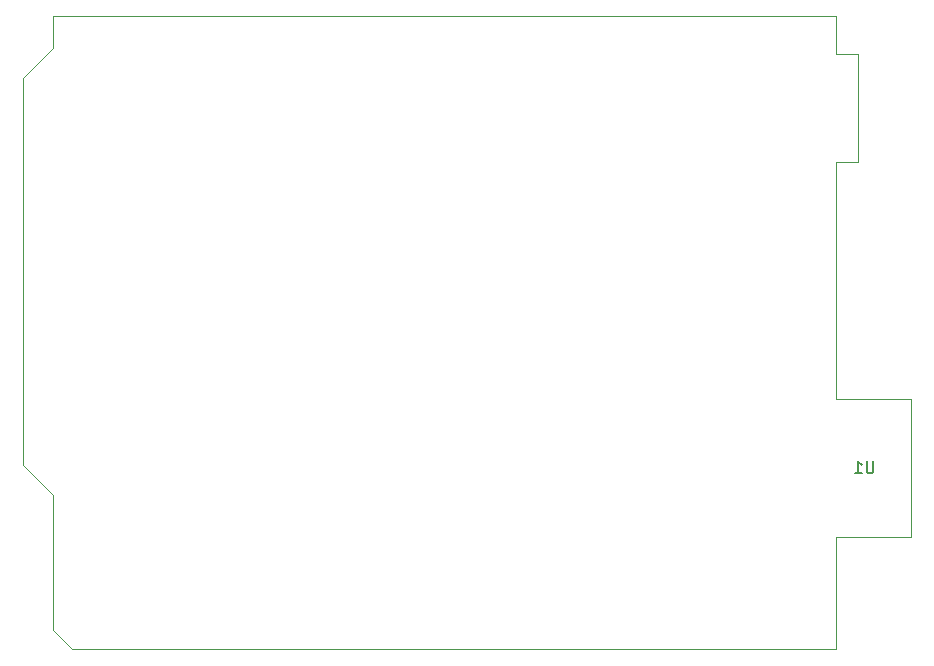
<source format=gbo>
G04 #@! TF.GenerationSoftware,KiCad,Pcbnew,(5.1.2)-1*
G04 #@! TF.CreationDate,2019-06-24T21:27:01+09:30*
G04 #@! TF.ProjectId,EEPROM_Programmer,45455052-4f4d-45f5-9072-6f6772616d6d,rev?*
G04 #@! TF.SameCoordinates,Original*
G04 #@! TF.FileFunction,Legend,Bot*
G04 #@! TF.FilePolarity,Positive*
%FSLAX45Y45*%
G04 Gerber Fmt 4.5, Leading zero omitted, Abs format (unit mm)*
G04 Created by KiCad (PCBNEW (5.1.2)-1) date 2019-06-24 21:27:01*
%MOMM*%
%LPD*%
G04 APERTURE LIST*
%ADD10C,0.120000*%
%ADD11C,0.150000*%
G04 APERTURE END LIST*
D10*
X13449000Y-8484000D02*
X13195000Y-8230000D01*
X13449000Y-9627000D02*
X13449000Y-8484000D01*
X13614000Y-9792000D02*
X13449000Y-9627000D01*
X20079000Y-9792000D02*
X13614000Y-9792000D01*
X20079000Y-8839000D02*
X20079000Y-9792000D01*
X20714000Y-8839000D02*
X20079000Y-8839000D01*
X20714000Y-7671000D02*
X20714000Y-8839000D01*
X20079000Y-7671000D02*
X20714000Y-7671000D01*
X20079000Y-5664000D02*
X20079000Y-7671000D01*
X20269000Y-5664000D02*
X20079000Y-5664000D01*
X20269000Y-4750000D02*
X20269000Y-5664000D01*
X20079000Y-4750000D02*
X20269000Y-4750000D01*
X20079000Y-4432000D02*
X20079000Y-4750000D01*
X13449000Y-4432000D02*
X20079000Y-4432000D01*
X13449000Y-4699000D02*
X13449000Y-4432000D01*
X13195000Y-4953000D02*
X13449000Y-4699000D01*
X13195000Y-8230000D02*
X13195000Y-4953000D01*
D11*
X20396190Y-8200238D02*
X20396190Y-8281190D01*
X20391429Y-8290714D01*
X20386667Y-8295476D01*
X20377143Y-8300238D01*
X20358095Y-8300238D01*
X20348571Y-8295476D01*
X20343810Y-8290714D01*
X20339048Y-8281190D01*
X20339048Y-8200238D01*
X20239048Y-8300238D02*
X20296190Y-8300238D01*
X20267619Y-8300238D02*
X20267619Y-8200238D01*
X20277143Y-8214524D01*
X20286667Y-8224048D01*
X20296190Y-8228809D01*
M02*

</source>
